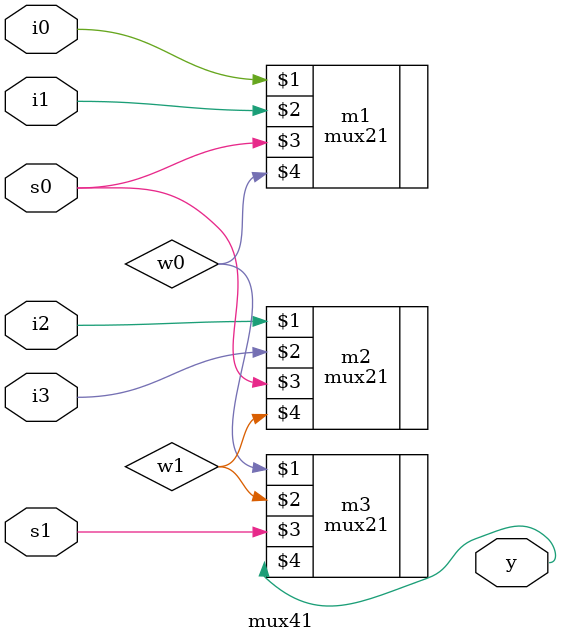
<source format=v>
module mux41(input i0,i1,i2,i3,s0,s1, output y);
  
  wire w0,w1;

   mux21 m1 (i0,i1,s0,w0);
   mux21 m2 (i2,i3,s0,w1);
   mux21 m3 (w0,w1,s1,y);
   
 endmodule 
</source>
